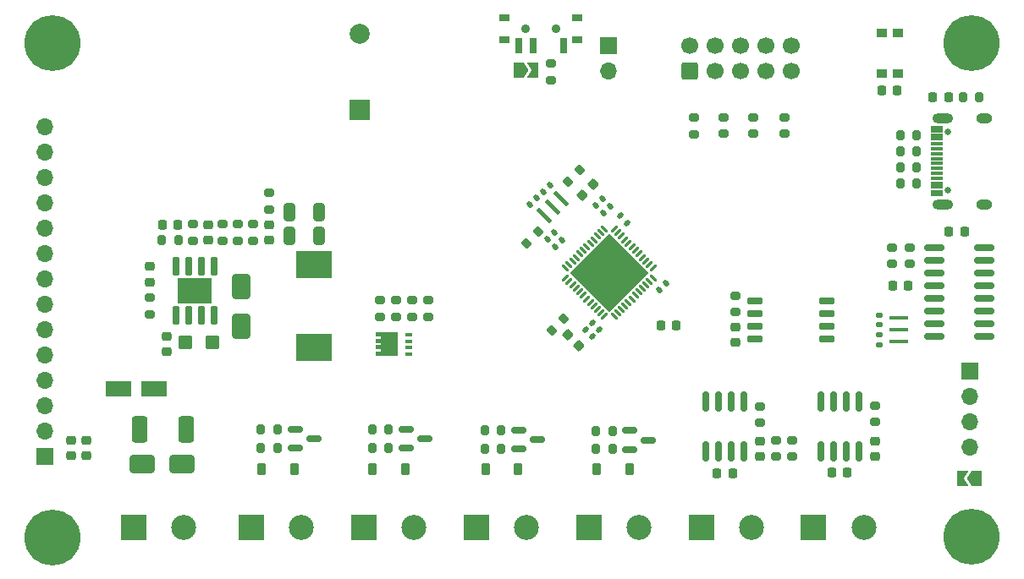
<source format=gbr>
%TF.GenerationSoftware,KiCad,Pcbnew,8.0.0*%
%TF.CreationDate,2024-06-19T21:37:33+02:00*%
%TF.ProjectId,PCB,5043422e-6b69-4636-9164-5f7063625858,0.1*%
%TF.SameCoordinates,Original*%
%TF.FileFunction,Soldermask,Top*%
%TF.FilePolarity,Negative*%
%FSLAX46Y46*%
G04 Gerber Fmt 4.6, Leading zero omitted, Abs format (unit mm)*
G04 Created by KiCad (PCBNEW 8.0.0) date 2024-06-19 21:37:33*
%MOMM*%
%LPD*%
G01*
G04 APERTURE LIST*
G04 Aperture macros list*
%AMRoundRect*
0 Rectangle with rounded corners*
0 $1 Rounding radius*
0 $2 $3 $4 $5 $6 $7 $8 $9 X,Y pos of 4 corners*
0 Add a 4 corners polygon primitive as box body*
4,1,4,$2,$3,$4,$5,$6,$7,$8,$9,$2,$3,0*
0 Add four circle primitives for the rounded corners*
1,1,$1+$1,$2,$3*
1,1,$1+$1,$4,$5*
1,1,$1+$1,$6,$7*
1,1,$1+$1,$8,$9*
0 Add four rect primitives between the rounded corners*
20,1,$1+$1,$2,$3,$4,$5,0*
20,1,$1+$1,$4,$5,$6,$7,0*
20,1,$1+$1,$6,$7,$8,$9,0*
20,1,$1+$1,$8,$9,$2,$3,0*%
%AMRotRect*
0 Rectangle, with rotation*
0 The origin of the aperture is its center*
0 $1 length*
0 $2 width*
0 $3 Rotation angle, in degrees counterclockwise*
0 Add horizontal line*
21,1,$1,$2,0,0,$3*%
%AMFreePoly0*
4,1,6,1.000000,0.000000,0.500000,-0.750000,-0.500000,-0.750000,-0.500000,0.750000,0.500000,0.750000,1.000000,0.000000,1.000000,0.000000,$1*%
%AMFreePoly1*
4,1,6,0.500000,-0.750000,-0.650000,-0.750000,-0.150000,0.000000,-0.650000,0.750000,0.500000,0.750000,0.500000,-0.750000,0.500000,-0.750000,$1*%
%AMFreePoly2*
4,1,17,1.395000,0.765000,0.855000,0.765000,0.855000,0.535000,1.395000,0.535000,1.395000,0.115000,0.855000,0.115000,0.855000,-0.115000,1.395000,-0.115000,1.395000,-0.535000,0.855000,-0.535000,0.855000,-0.765000,1.395000,-0.765000,1.395000,-1.185000,-0.855000,-1.185000,-0.855000,1.185000,1.395000,1.185000,1.395000,0.765000,1.395000,0.765000,$1*%
G04 Aperture macros list end*
%ADD10RoundRect,0.250000X0.325000X0.650000X-0.325000X0.650000X-0.325000X-0.650000X0.325000X-0.650000X0*%
%ADD11RoundRect,0.250000X1.050000X0.550000X-1.050000X0.550000X-1.050000X-0.550000X1.050000X-0.550000X0*%
%ADD12RoundRect,0.200000X0.275000X-0.200000X0.275000X0.200000X-0.275000X0.200000X-0.275000X-0.200000X0*%
%ADD13R,2.000000X2.000000*%
%ADD14C,2.000000*%
%ADD15R,1.000000X0.900000*%
%ADD16RoundRect,0.200000X-0.275000X0.200000X-0.275000X-0.200000X0.275000X-0.200000X0.275000X0.200000X0*%
%ADD17FreePoly0,0.000000*%
%ADD18FreePoly1,0.000000*%
%ADD19RoundRect,0.200000X0.200000X0.275000X-0.200000X0.275000X-0.200000X-0.275000X0.200000X-0.275000X0*%
%ADD20RoundRect,0.105000X0.245000X0.105000X-0.245000X0.105000X-0.245000X-0.105000X0.245000X-0.105000X0*%
%ADD21FreePoly2,180.000000*%
%ADD22R,1.700000X1.700000*%
%ADD23O,1.700000X1.700000*%
%ADD24RoundRect,0.140000X0.170000X-0.140000X0.170000X0.140000X-0.170000X0.140000X-0.170000X-0.140000X0*%
%ADD25RoundRect,0.140000X0.021213X-0.219203X0.219203X-0.021213X-0.021213X0.219203X-0.219203X0.021213X0*%
%ADD26RoundRect,0.140000X-0.170000X0.140000X-0.170000X-0.140000X0.170000X-0.140000X0.170000X0.140000X0*%
%ADD27RoundRect,0.218750X-0.256250X0.218750X-0.256250X-0.218750X0.256250X-0.218750X0.256250X0.218750X0*%
%ADD28RoundRect,0.140000X-0.021213X0.219203X-0.219203X0.021213X0.021213X-0.219203X0.219203X-0.021213X0*%
%ADD29C,5.600000*%
%ADD30RoundRect,0.150000X-0.650000X-0.150000X0.650000X-0.150000X0.650000X0.150000X-0.650000X0.150000X0*%
%ADD31R,1.900000X0.400000*%
%ADD32C,0.650000*%
%ADD33R,1.150000X0.300000*%
%ADD34O,2.100000X1.000000*%
%ADD35O,1.600000X1.000000*%
%ADD36R,2.500000X2.500000*%
%ADD37C,2.500000*%
%ADD38RoundRect,0.150000X-0.587500X-0.150000X0.587500X-0.150000X0.587500X0.150000X-0.587500X0.150000X0*%
%ADD39RoundRect,0.250000X-1.000000X-0.650000X1.000000X-0.650000X1.000000X0.650000X-1.000000X0.650000X0*%
%ADD40RoundRect,0.200000X0.053033X-0.335876X0.335876X-0.053033X-0.053033X0.335876X-0.335876X0.053033X0*%
%ADD41RoundRect,0.140000X-0.219203X-0.021213X-0.021213X-0.219203X0.219203X0.021213X0.021213X0.219203X0*%
%ADD42RoundRect,0.200000X-0.200000X-0.275000X0.200000X-0.275000X0.200000X0.275000X-0.200000X0.275000X0*%
%ADD43RoundRect,0.140000X0.219203X0.021213X0.021213X0.219203X-0.219203X-0.021213X-0.021213X-0.219203X0*%
%ADD44RoundRect,0.225000X0.250000X-0.225000X0.250000X0.225000X-0.250000X0.225000X-0.250000X-0.225000X0*%
%ADD45R,1.000000X0.800000*%
%ADD46C,0.900000*%
%ADD47R,0.700000X1.500000*%
%ADD48RoundRect,0.250000X0.600000X-0.600000X0.600000X0.600000X-0.600000X0.600000X-0.600000X-0.600000X0*%
%ADD49C,1.700000*%
%ADD50RoundRect,0.250000X-0.450000X-0.425000X0.450000X-0.425000X0.450000X0.425000X-0.450000X0.425000X0*%
%ADD51RoundRect,0.225000X-0.225000X-0.250000X0.225000X-0.250000X0.225000X0.250000X-0.225000X0.250000X0*%
%ADD52RoundRect,0.150000X0.150000X-0.825000X0.150000X0.825000X-0.150000X0.825000X-0.150000X-0.825000X0*%
%ADD53RoundRect,0.225000X0.225000X0.250000X-0.225000X0.250000X-0.225000X-0.250000X0.225000X-0.250000X0*%
%ADD54RoundRect,0.249999X-0.512501X-1.075001X0.512501X-1.075001X0.512501X1.075001X-0.512501X1.075001X0*%
%ADD55RotRect,0.400000X1.900000X225.000000*%
%ADD56RoundRect,0.225000X-0.225000X-0.375000X0.225000X-0.375000X0.225000X0.375000X-0.225000X0.375000X0*%
%ADD57FreePoly0,180.000000*%
%ADD58FreePoly1,180.000000*%
%ADD59R,3.600000X2.700000*%
%ADD60RoundRect,0.225000X-0.017678X0.335876X-0.335876X0.017678X0.017678X-0.335876X0.335876X-0.017678X0*%
%ADD61RoundRect,0.150000X0.150000X-0.820000X0.150000X0.820000X-0.150000X0.820000X-0.150000X-0.820000X0*%
%ADD62R,3.510000X2.620000*%
%ADD63RoundRect,0.250000X0.650000X-1.000000X0.650000X1.000000X-0.650000X1.000000X-0.650000X-1.000000X0*%
%ADD64RoundRect,0.062500X-0.309359X0.220971X0.220971X-0.309359X0.309359X-0.220971X-0.220971X0.309359X0*%
%ADD65RoundRect,0.062500X-0.309359X-0.220971X-0.220971X-0.309359X0.309359X0.220971X0.220971X0.309359X0*%
%ADD66RotRect,5.600000X5.600000X315.000000*%
%ADD67RoundRect,0.200000X-0.053033X0.335876X-0.335876X0.053033X0.053033X-0.335876X0.335876X-0.053033X0*%
%ADD68RoundRect,0.150000X-0.825000X-0.150000X0.825000X-0.150000X0.825000X0.150000X-0.825000X0.150000X0*%
%ADD69RoundRect,0.225000X0.335876X0.017678X0.017678X0.335876X-0.335876X-0.017678X-0.017678X-0.335876X0*%
%ADD70RoundRect,0.225000X-0.250000X0.225000X-0.250000X-0.225000X0.250000X-0.225000X0.250000X0.225000X0*%
G04 APERTURE END LIST*
D10*
%TO.C,C33*%
X139995000Y-82290000D03*
X137045000Y-82290000D03*
%TD*%
D11*
%TO.C,C32*%
X123516800Y-97612200D03*
X119916800Y-97612200D03*
%TD*%
D12*
%TO.C,R25*%
X184100000Y-101025000D03*
X184100000Y-99375000D03*
%TD*%
D13*
%TO.C,BZ1*%
X144050000Y-69660000D03*
D14*
X144050000Y-62060000D03*
%TD*%
D15*
%TO.C,SW2*%
X197900000Y-61950000D03*
X197900000Y-66050000D03*
X196300000Y-61950000D03*
X196300000Y-66050000D03*
%TD*%
D16*
%TO.C,R5*%
X133400000Y-81125000D03*
X133400000Y-82775000D03*
%TD*%
D17*
%TO.C,JP3*%
X160005000Y-65665000D03*
D18*
X161455000Y-65665000D03*
%TD*%
D19*
%TO.C,R15*%
X146962500Y-103500000D03*
X145312500Y-103500000D03*
%TD*%
D20*
%TO.C,Q5*%
X149020000Y-94140000D03*
X149020000Y-93490000D03*
X149020000Y-92840000D03*
X149020000Y-92190000D03*
D21*
X147065000Y-93165000D03*
%TD*%
D19*
%TO.C,R11*%
X135825000Y-103500000D03*
X134175000Y-103500000D03*
%TD*%
D22*
%TO.C,J4*%
X205100000Y-95800000D03*
D23*
X205100000Y-98340000D03*
X205100000Y-100880000D03*
X205100000Y-103420000D03*
%TD*%
D16*
%TO.C,R35*%
X146120000Y-88760000D03*
X146120000Y-90410000D03*
%TD*%
%TO.C,R21*%
X180500000Y-70435000D03*
X180500000Y-72085000D03*
%TD*%
D24*
%TO.C,C10*%
X196095000Y-93180000D03*
X196095000Y-92220000D03*
%TD*%
D12*
%TO.C,R14*%
X123100000Y-90125000D03*
X123100000Y-88475000D03*
%TD*%
D25*
%TO.C,C18*%
X163596508Y-83393771D03*
X164275330Y-82714949D03*
%TD*%
D26*
%TO.C,C22*%
X196095000Y-90220000D03*
X196095000Y-91180000D03*
%TD*%
D25*
%TO.C,C19*%
X167720919Y-79229360D03*
X168399741Y-78550538D03*
%TD*%
D19*
%TO.C,R7*%
X158225000Y-101800000D03*
X156575000Y-101800000D03*
%TD*%
D27*
%TO.C,D7*%
X123100000Y-85352500D03*
X123100000Y-86927500D03*
%TD*%
D16*
%TO.C,R17*%
X163230000Y-65040000D03*
X163230000Y-66690000D03*
%TD*%
%TO.C,R18*%
X183470000Y-70435000D03*
X183470000Y-72085000D03*
%TD*%
D25*
%TO.C,C21*%
X162846508Y-82643771D03*
X163525330Y-81964949D03*
%TD*%
D28*
%TO.C,C12*%
X174739741Y-87000538D03*
X174060919Y-87679360D03*
%TD*%
D29*
%TO.C,H3*%
X113332944Y-63000000D03*
%TD*%
D19*
%TO.C,R32*%
X199825000Y-73800000D03*
X198175000Y-73800000D03*
%TD*%
D10*
%TO.C,C9*%
X139995000Y-79925000D03*
X137045000Y-79925000D03*
%TD*%
D30*
%TO.C,U7*%
X190780000Y-88805000D03*
X190780000Y-90075000D03*
X190780000Y-91345000D03*
X190780000Y-92615000D03*
X183580000Y-92615000D03*
X183580000Y-91345000D03*
X183580000Y-90075000D03*
X183580000Y-88805000D03*
%TD*%
D31*
%TO.C,Y3*%
X198000000Y-90500000D03*
X198000000Y-91700000D03*
X198000000Y-92900000D03*
%TD*%
D12*
%TO.C,R26*%
X195600000Y-100925000D03*
X195600000Y-99275000D03*
%TD*%
D32*
%TO.C,J14*%
X202895000Y-77690000D03*
X202895000Y-71910000D03*
D33*
X201830000Y-78150000D03*
X201830000Y-77350000D03*
X201830000Y-76050000D03*
X201830000Y-75050000D03*
X201830000Y-74550000D03*
X201830000Y-73550000D03*
X201830000Y-72250000D03*
X201830000Y-71450000D03*
X201830000Y-71750000D03*
X201830000Y-72550000D03*
X201830000Y-73050000D03*
X201830000Y-74050000D03*
X201830000Y-75550000D03*
X201830000Y-76550000D03*
X201830000Y-77050000D03*
X201830000Y-77850000D03*
D34*
X202395000Y-79120000D03*
D35*
X206575000Y-79120000D03*
D34*
X202395000Y-70480000D03*
D35*
X206575000Y-70480000D03*
%TD*%
D36*
%TO.C,J2*%
X121500000Y-111500000D03*
D37*
X126500000Y-111500000D03*
%TD*%
D38*
%TO.C,Q2*%
X159962500Y-101750000D03*
X159962500Y-103650000D03*
X161837500Y-102700000D03*
%TD*%
D16*
%TO.C,R36*%
X149320000Y-88760000D03*
X149320000Y-90410000D03*
%TD*%
D39*
%TO.C,D1*%
X122322500Y-105177500D03*
X126322500Y-105177500D03*
%TD*%
D22*
%TO.C,J3*%
X168970000Y-63260000D03*
D23*
X168970000Y-65800000D03*
%TD*%
D27*
%TO.C,D3*%
X135000000Y-81162500D03*
X135000000Y-82737500D03*
%TD*%
D19*
%TO.C,R9*%
X158225000Y-103600000D03*
X156575000Y-103600000D03*
%TD*%
D12*
%TO.C,R30*%
X197300000Y-85125000D03*
X197300000Y-83475000D03*
%TD*%
%TO.C,R28*%
X181680000Y-89935000D03*
X181680000Y-88285000D03*
%TD*%
D40*
%TO.C,R27*%
X163296637Y-91783363D03*
X164463363Y-90616637D03*
%TD*%
D41*
%TO.C,C24*%
X166660919Y-91700538D03*
X167339741Y-92379360D03*
%TD*%
D42*
%TO.C,R1*%
X124275000Y-82750000D03*
X125925000Y-82750000D03*
%TD*%
D28*
%TO.C,C20*%
X163114005Y-77174802D03*
X162435183Y-77853624D03*
%TD*%
D43*
%TO.C,C16*%
X168039741Y-91679360D03*
X167360919Y-91000538D03*
%TD*%
D44*
%TO.C,C1*%
X184100000Y-104375000D03*
X184100000Y-102825000D03*
%TD*%
D12*
%TO.C,R4*%
X131900000Y-82775000D03*
X131900000Y-81125000D03*
%TD*%
D16*
%TO.C,R8*%
X186600000Y-70435000D03*
X186600000Y-72085000D03*
%TD*%
D45*
%TO.C,SW1*%
X165860000Y-62625000D03*
X165860000Y-60415000D03*
D46*
X163710000Y-61515000D03*
X160710000Y-61515000D03*
D45*
X158560000Y-62625000D03*
X158560000Y-60415000D03*
D47*
X164460000Y-63275000D03*
X161460000Y-63275000D03*
X159960000Y-63275000D03*
%TD*%
D41*
%TO.C,C15*%
X170160919Y-80300538D03*
X170839741Y-80979360D03*
%TD*%
D36*
%TO.C,J8*%
X133250000Y-111500000D03*
D37*
X138250000Y-111500000D03*
%TD*%
D48*
%TO.C,J10*%
X177120000Y-65820000D03*
D49*
X177120000Y-63280000D03*
X179660000Y-65820000D03*
X179660000Y-63280000D03*
X182200000Y-65820000D03*
X182200000Y-63280000D03*
X184740000Y-65820000D03*
X184740000Y-63280000D03*
X187280000Y-65820000D03*
X187280000Y-63280000D03*
%TD*%
D36*
%TO.C,J5*%
X178250000Y-111500000D03*
D37*
X183250000Y-111500000D03*
%TD*%
D16*
%TO.C,R3*%
X130400000Y-81125000D03*
X130400000Y-82775000D03*
%TD*%
D19*
%TO.C,R10*%
X169362500Y-103650000D03*
X167712500Y-103650000D03*
%TD*%
D29*
%TO.C,H2*%
X205282944Y-112462944D03*
%TD*%
D19*
%TO.C,R6*%
X169362500Y-101850000D03*
X167712500Y-101850000D03*
%TD*%
D44*
%TO.C,C7*%
X128900000Y-82725000D03*
X128900000Y-81175000D03*
%TD*%
D50*
%TO.C,C5*%
X126650000Y-92950000D03*
X129350000Y-92950000D03*
%TD*%
D51*
%TO.C,C3*%
X191325000Y-106000000D03*
X192875000Y-106000000D03*
%TD*%
D52*
%TO.C,U1*%
X178695000Y-103875000D03*
X179965000Y-103875000D03*
X181235000Y-103875000D03*
X182505000Y-103875000D03*
X182505000Y-98925000D03*
X181235000Y-98925000D03*
X179965000Y-98925000D03*
X178695000Y-98925000D03*
%TD*%
D36*
%TO.C,J6*%
X167000000Y-111500000D03*
D37*
X172000000Y-111500000D03*
%TD*%
D16*
%TO.C,R29*%
X199100000Y-83475000D03*
X199100000Y-85125000D03*
%TD*%
D36*
%TO.C,J1*%
X189500000Y-111500000D03*
D37*
X194500000Y-111500000D03*
%TD*%
D19*
%TO.C,R12*%
X135825000Y-101700000D03*
X134175000Y-101700000D03*
%TD*%
D53*
%TO.C,C26*%
X175755000Y-91240000D03*
X174205000Y-91240000D03*
%TD*%
D54*
%TO.C,F1*%
X122062500Y-101700000D03*
X126737500Y-101700000D03*
%TD*%
D51*
%TO.C,C27*%
X197425000Y-87300000D03*
X198975000Y-87300000D03*
%TD*%
D55*
%TO.C,Y1*%
X164223122Y-78565685D03*
X163374594Y-79414213D03*
X162526066Y-80262741D03*
%TD*%
D19*
%TO.C,R31*%
X199825000Y-75400000D03*
X198175000Y-75400000D03*
%TD*%
D56*
%TO.C,D4*%
X134250000Y-105700000D03*
X137550000Y-105700000D03*
%TD*%
D51*
%TO.C,C2*%
X179825000Y-106100000D03*
X181375000Y-106100000D03*
%TD*%
D44*
%TO.C,C13*%
X116760000Y-104345000D03*
X116760000Y-102795000D03*
%TD*%
D16*
%TO.C,R33*%
X150920000Y-88760000D03*
X150920000Y-90410000D03*
%TD*%
D12*
%TO.C,R23*%
X135000000Y-79625000D03*
X135000000Y-77975000D03*
%TD*%
D25*
%TO.C,C11*%
X168470919Y-79979360D03*
X169149741Y-79300538D03*
%TD*%
D38*
%TO.C,Q3*%
X137662500Y-101650000D03*
X137662500Y-103550000D03*
X139537500Y-102600000D03*
%TD*%
D51*
%TO.C,C23*%
X203025000Y-81875000D03*
X204575000Y-81875000D03*
%TD*%
D57*
%TO.C,JP2*%
X205825000Y-106630000D03*
D58*
X204375000Y-106630000D03*
%TD*%
D38*
%TO.C,Q1*%
X171100000Y-101800000D03*
X171100000Y-103700000D03*
X172975000Y-102750000D03*
%TD*%
D59*
%TO.C,L1*%
X139500000Y-93500000D03*
X139500000Y-85200000D03*
%TD*%
D12*
%TO.C,TH1*%
X185700000Y-104425000D03*
X185700000Y-102775000D03*
%TD*%
D25*
%TO.C,C25*%
X161135183Y-79153624D03*
X161814005Y-78474802D03*
%TD*%
D60*
%TO.C,C29*%
X167428008Y-77111992D03*
X166331992Y-78208008D03*
%TD*%
D61*
%TO.C,U4*%
X125670000Y-90275000D03*
X126940000Y-90275000D03*
X128210000Y-90275000D03*
X129480000Y-90275000D03*
X129480000Y-85315000D03*
X128210000Y-85315000D03*
X126940000Y-85315000D03*
X125670000Y-85315000D03*
D62*
X127575000Y-87795000D03*
%TD*%
D63*
%TO.C,D2*%
X132200000Y-91350000D03*
X132200000Y-87350000D03*
%TD*%
D64*
%TO.C,U5*%
X168564194Y-81624777D03*
X168210641Y-81978330D03*
X167857087Y-82331884D03*
X167503534Y-82685437D03*
X167149981Y-83038990D03*
X166796427Y-83392544D03*
X166442874Y-83746097D03*
X166089320Y-84099651D03*
X165735767Y-84453204D03*
X165382214Y-84806757D03*
X165028660Y-85160311D03*
X164675107Y-85513864D03*
D65*
X164675107Y-86486136D03*
X165028660Y-86839689D03*
X165382214Y-87193243D03*
X165735767Y-87546796D03*
X166089320Y-87900349D03*
X166442874Y-88253903D03*
X166796427Y-88607456D03*
X167149981Y-88961010D03*
X167503534Y-89314563D03*
X167857087Y-89668116D03*
X168210641Y-90021670D03*
X168564194Y-90375223D03*
D64*
X169536466Y-90375223D03*
X169890019Y-90021670D03*
X170243573Y-89668116D03*
X170597126Y-89314563D03*
X170950679Y-88961010D03*
X171304233Y-88607456D03*
X171657786Y-88253903D03*
X172011340Y-87900349D03*
X172364893Y-87546796D03*
X172718446Y-87193243D03*
X173072000Y-86839689D03*
X173425553Y-86486136D03*
D65*
X173425553Y-85513864D03*
X173072000Y-85160311D03*
X172718446Y-84806757D03*
X172364893Y-84453204D03*
X172011340Y-84099651D03*
X171657786Y-83746097D03*
X171304233Y-83392544D03*
X170950679Y-83038990D03*
X170597126Y-82685437D03*
X170243573Y-82331884D03*
X169890019Y-81978330D03*
X169536466Y-81624777D03*
D66*
X169050330Y-86000000D03*
%TD*%
D16*
%TO.C,R2*%
X127400000Y-81125000D03*
X127400000Y-82775000D03*
%TD*%
D52*
%TO.C,U2*%
X190195000Y-103875000D03*
X191465000Y-103875000D03*
X192735000Y-103875000D03*
X194005000Y-103875000D03*
X194005000Y-98925000D03*
X192735000Y-98925000D03*
X191465000Y-98925000D03*
X190195000Y-98925000D03*
%TD*%
D67*
%TO.C,R13*%
X166073363Y-75706637D03*
X164906637Y-76873363D03*
%TD*%
D51*
%TO.C,C31*%
X201435000Y-68420000D03*
X202985000Y-68420000D03*
%TD*%
D68*
%TO.C,U6*%
X201600000Y-83480000D03*
X201600000Y-84750000D03*
X201600000Y-86020000D03*
X201600000Y-87290000D03*
X201600000Y-88560000D03*
X201600000Y-89830000D03*
X201600000Y-91100000D03*
X201600000Y-92370000D03*
X206550000Y-92370000D03*
X206550000Y-91100000D03*
X206550000Y-89830000D03*
X206550000Y-88560000D03*
X206550000Y-87290000D03*
X206550000Y-86020000D03*
X206550000Y-84750000D03*
X206550000Y-83480000D03*
%TD*%
D69*
%TO.C,C30*%
X166029008Y-93283408D03*
X164932992Y-92187392D03*
%TD*%
D29*
%TO.C,H4*%
X113332944Y-112482944D03*
%TD*%
D19*
%TO.C,R16*%
X146962500Y-101700000D03*
X145312500Y-101700000D03*
%TD*%
D42*
%TO.C,R20*%
X198175000Y-72200000D03*
X199825000Y-72200000D03*
%TD*%
D36*
%TO.C,J12*%
X144500000Y-111500000D03*
D37*
X149500000Y-111500000D03*
%TD*%
D51*
%TO.C,C17*%
X196280000Y-67750000D03*
X197830000Y-67750000D03*
%TD*%
D56*
%TO.C,D8*%
X156650000Y-105700000D03*
X159950000Y-105700000D03*
%TD*%
D16*
%TO.C,R22*%
X177500000Y-70445000D03*
X177500000Y-72095000D03*
%TD*%
D70*
%TO.C,C8*%
X124800000Y-92375000D03*
X124800000Y-93925000D03*
%TD*%
D38*
%TO.C,Q4*%
X148762500Y-101650000D03*
X148762500Y-103550000D03*
X150637500Y-102600000D03*
%TD*%
D42*
%TO.C,R19*%
X198175000Y-77000000D03*
X199825000Y-77000000D03*
%TD*%
D36*
%TO.C,J7*%
X155750000Y-111500000D03*
D37*
X160750000Y-111500000D03*
%TD*%
D29*
%TO.C,H1*%
X205282944Y-63000000D03*
%TD*%
D44*
%TO.C,C4*%
X195600000Y-104375000D03*
X195600000Y-102825000D03*
%TD*%
D56*
%TO.C,D6*%
X167750000Y-105700000D03*
X171050000Y-105700000D03*
%TD*%
%TO.C,D5*%
X145350000Y-105700000D03*
X148650000Y-105700000D03*
%TD*%
D12*
%TO.C,R34*%
X147720000Y-90410000D03*
X147720000Y-88760000D03*
%TD*%
D44*
%TO.C,C14*%
X115200000Y-104345000D03*
X115200000Y-102795000D03*
%TD*%
D19*
%TO.C,R38*%
X206085000Y-68420000D03*
X204435000Y-68420000D03*
%TD*%
D67*
%TO.C,R37*%
X161903363Y-81856637D03*
X160736637Y-83023363D03*
%TD*%
D12*
%TO.C,R24*%
X187334997Y-104417768D03*
X187334997Y-102767768D03*
%TD*%
D44*
%TO.C,C28*%
X181680000Y-92985000D03*
X181680000Y-91435000D03*
%TD*%
D51*
%TO.C,C6*%
X124325000Y-81150000D03*
X125875000Y-81150000D03*
%TD*%
D22*
%TO.C,J13*%
X112550000Y-104380000D03*
D23*
X112550000Y-101840000D03*
X112550000Y-99300000D03*
X112550000Y-96760000D03*
X112550000Y-94220000D03*
X112550000Y-91680000D03*
X112550000Y-89140000D03*
X112550000Y-86600000D03*
X112550000Y-84060000D03*
X112550000Y-81520000D03*
X112550000Y-78980000D03*
X112550000Y-76440000D03*
X112550000Y-73900000D03*
X112550000Y-71360000D03*
%TD*%
M02*

</source>
